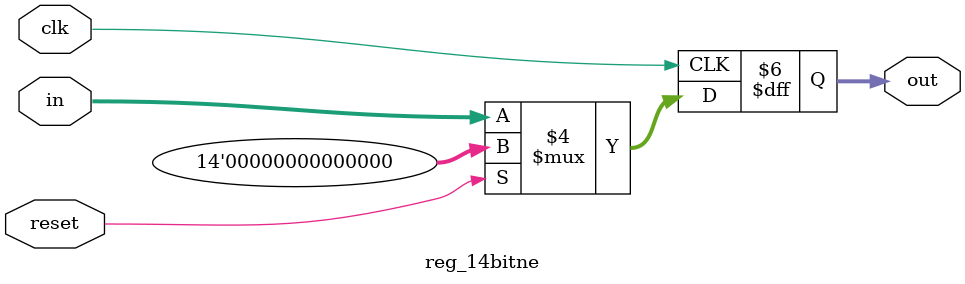
<source format=v>
module reg_14bitne(out, in, reset, clk);

   output [13:0]  out;
   reg [13:0]     out;
   input [13:0]   in;
   input          clk, reset;
   
   always @(posedge clk)
     
     begin
        if(reset == 1'b1)
          out <= 0;
        else
          out <= in;
     end
   
endmodule

</source>
